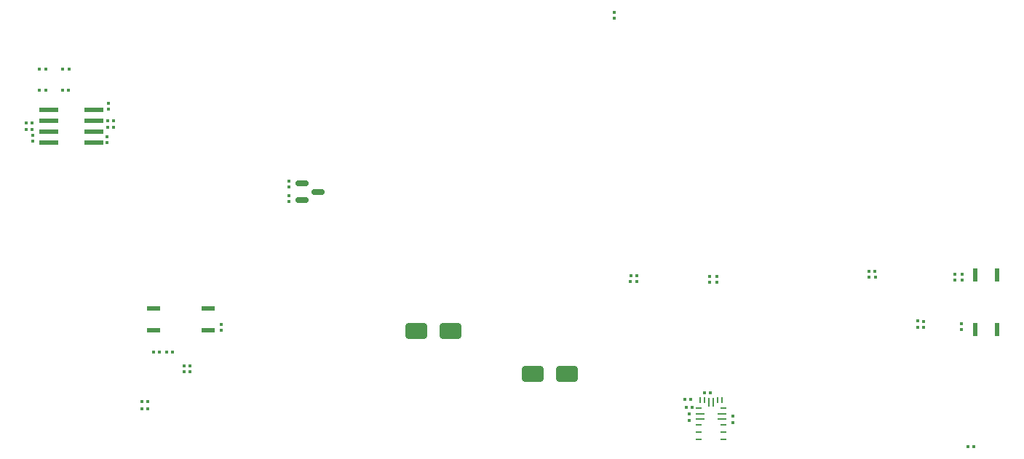
<source format=gtp>
%TF.GenerationSoftware,KiCad,Pcbnew,9.0.7-9.0.7~ubuntu24.04.1*%
%TF.CreationDate,2026-02-15T23:13:21-05:00*%
%TF.ProjectId,plantPartner_PCB1.0,706c616e-7450-4617-9274-6e65725f5043,rev?*%
%TF.SameCoordinates,Original*%
%TF.FileFunction,Paste,Top*%
%TF.FilePolarity,Positive*%
%FSLAX46Y46*%
G04 Gerber Fmt 4.6, Leading zero omitted, Abs format (unit mm)*
G04 Created by KiCad (PCBNEW 9.0.7-9.0.7~ubuntu24.04.1) date 2026-02-15 23:13:21*
%MOMM*%
%LPD*%
G01*
G04 APERTURE LIST*
G04 Aperture macros list*
%AMRoundRect*
0 Rectangle with rounded corners*
0 $1 Rounding radius*
0 $2 $3 $4 $5 $6 $7 $8 $9 X,Y pos of 4 corners*
0 Add a 4 corners polygon primitive as box body*
4,1,4,$2,$3,$4,$5,$6,$7,$8,$9,$2,$3,0*
0 Add four circle primitives for the rounded corners*
1,1,$1+$1,$2,$3*
1,1,$1+$1,$4,$5*
1,1,$1+$1,$6,$7*
1,1,$1+$1,$8,$9*
0 Add four rect primitives between the rounded corners*
20,1,$1+$1,$2,$3,$4,$5,0*
20,1,$1+$1,$4,$5,$6,$7,0*
20,1,$1+$1,$6,$7,$8,$9,0*
20,1,$1+$1,$8,$9,$2,$3,0*%
G04 Aperture macros list end*
%ADD10RoundRect,0.079500X0.100500X-0.079500X0.100500X0.079500X-0.100500X0.079500X-0.100500X-0.079500X0*%
%ADD11RoundRect,0.079500X-0.100500X0.079500X-0.100500X-0.079500X0.100500X-0.079500X0.100500X0.079500X0*%
%ADD12RoundRect,0.079500X-0.079500X-0.100500X0.079500X-0.100500X0.079500X0.100500X-0.079500X0.100500X0*%
%ADD13RoundRect,0.250000X-1.000000X-0.650000X1.000000X-0.650000X1.000000X0.650000X-1.000000X0.650000X0*%
%ADD14R,2.209800X0.609600*%
%ADD15RoundRect,0.079500X0.079500X0.100500X-0.079500X0.100500X-0.079500X-0.100500X0.079500X-0.100500X0*%
%ADD16R,0.600000X1.500000*%
%ADD17RoundRect,0.150000X-0.587500X-0.150000X0.587500X-0.150000X0.587500X0.150000X-0.587500X0.150000X0*%
%ADD18R,0.700000X0.250000*%
%ADD19R,1.100000X0.250000*%
%ADD20R,0.250000X0.700000*%
%ADD21R,0.250000X1.100000*%
%ADD22R,1.500000X0.600000*%
G04 APERTURE END LIST*
D10*
%TO.C,C1*%
X169090000Y-107585000D03*
X169090000Y-106895000D03*
%TD*%
%TO.C,R19*%
X195800000Y-91045000D03*
X195800000Y-90355000D03*
%TD*%
D11*
%TO.C,D11*%
X166400000Y-90575000D03*
X166400000Y-91265000D03*
%TD*%
D12*
%TO.C,D3*%
X100380000Y-106000000D03*
X101070000Y-106000000D03*
%TD*%
D11*
%TO.C,R13*%
X109605000Y-96210000D03*
X109605000Y-96900000D03*
%TD*%
D12*
%TO.C,R22*%
X157240000Y-90500000D03*
X157930000Y-90500000D03*
%TD*%
D11*
%TO.C,R27*%
X117487500Y-81205000D03*
X117487500Y-81895000D03*
%TD*%
%TO.C,D5*%
X190610000Y-95805000D03*
X190610000Y-96495000D03*
%TD*%
D10*
%TO.C,R5*%
X97088800Y-73205000D03*
X97088800Y-72515000D03*
%TD*%
%TO.C,R6*%
X96388800Y-73210000D03*
X96388800Y-72520000D03*
%TD*%
D11*
%TO.C,R25*%
X117500000Y-79505000D03*
X117500000Y-80195000D03*
%TD*%
D13*
%TO.C,D8*%
X132290000Y-96972500D03*
X136290000Y-96972500D03*
%TD*%
D10*
%TO.C,R11*%
X87638800Y-73460000D03*
X87638800Y-72770000D03*
%TD*%
D13*
%TO.C,D9*%
X145855000Y-101922500D03*
X149855000Y-101922500D03*
%TD*%
D14*
%TO.C,U2*%
X94755000Y-75020000D03*
X94755000Y-73750000D03*
X94755000Y-72480000D03*
X94755000Y-71210000D03*
X89522600Y-71210000D03*
X89522600Y-72480000D03*
X89522600Y-73750000D03*
X89522600Y-75020000D03*
%TD*%
D12*
%TO.C,D1*%
X91165000Y-68950000D03*
X91855000Y-68950000D03*
%TD*%
D15*
%TO.C,R24*%
X197145000Y-110400000D03*
X196455000Y-110400000D03*
%TD*%
D12*
%TO.C,R15*%
X101705000Y-99400000D03*
X102395000Y-99400000D03*
%TD*%
D11*
%TO.C,R7*%
X96488800Y-70425000D03*
X96488800Y-71115000D03*
%TD*%
D10*
%TO.C,R23*%
X155370000Y-60550000D03*
X155370000Y-59860000D03*
%TD*%
D15*
%TO.C,D2*%
X106005000Y-101700000D03*
X105315000Y-101700000D03*
%TD*%
%TO.C,D6*%
X185685000Y-90694999D03*
X184995000Y-90694999D03*
%TD*%
D11*
%TO.C,R9*%
X87688800Y-74170000D03*
X87688800Y-74860000D03*
%TD*%
D16*
%TO.C,U4*%
X197310000Y-96759999D03*
X199850000Y-96759999D03*
X199850000Y-90409999D03*
X197310000Y-90409999D03*
%TD*%
D10*
%TO.C,R10*%
X86888800Y-73460000D03*
X86888800Y-72770000D03*
%TD*%
D15*
%TO.C,R3*%
X164235000Y-104900000D03*
X163545000Y-104900000D03*
%TD*%
D11*
%TO.C,R18*%
X195750000Y-96110000D03*
X195750000Y-96800000D03*
%TD*%
D17*
%TO.C,Q4*%
X119012500Y-79800000D03*
X119012500Y-81700000D03*
X120887500Y-80750000D03*
%TD*%
D15*
%TO.C,C4*%
X89165000Y-66450000D03*
X88475000Y-66450000D03*
%TD*%
D11*
%TO.C,R4*%
X96288800Y-74370000D03*
X96288800Y-75060000D03*
%TD*%
D18*
%TO.C,IC1*%
X165150000Y-105920000D03*
D19*
X165350000Y-106570000D03*
X165350000Y-107220000D03*
D18*
X165150000Y-107870000D03*
X165150000Y-108720000D03*
X165150000Y-109570000D03*
X168050000Y-109570000D03*
X168050000Y-108720000D03*
X168050000Y-107870000D03*
D19*
X167850000Y-107220000D03*
X167850000Y-106570000D03*
D18*
X168050000Y-105920000D03*
D20*
X167850000Y-105020000D03*
X167350000Y-105020000D03*
D21*
X166850000Y-105220000D03*
X166350000Y-105220000D03*
D20*
X165850000Y-105020000D03*
X165350000Y-105020000D03*
%TD*%
D15*
%TO.C,R1*%
X166545000Y-104170000D03*
X165855000Y-104170000D03*
%TD*%
D12*
%TO.C,R16*%
X100355000Y-105130000D03*
X101045000Y-105130000D03*
%TD*%
D11*
%TO.C,R17*%
X191350000Y-95810000D03*
X191350000Y-96500000D03*
%TD*%
D15*
%TO.C,D10*%
X157925000Y-91200000D03*
X157235000Y-91200000D03*
%TD*%
D11*
%TO.C,R20*%
X194960000Y-90355000D03*
X194960000Y-91045000D03*
%TD*%
%TO.C,R26*%
X167300000Y-90575000D03*
X167300000Y-91265000D03*
%TD*%
D15*
%TO.C,R21*%
X185680000Y-89984999D03*
X184990000Y-89984999D03*
%TD*%
D12*
%TO.C,R8*%
X91185000Y-66450000D03*
X91875000Y-66450000D03*
%TD*%
%TO.C,R2*%
X163700000Y-105820000D03*
X164390000Y-105820000D03*
%TD*%
D15*
%TO.C,R14*%
X103950000Y-99400000D03*
X103260000Y-99400000D03*
%TD*%
D22*
%TO.C,U1*%
X108108000Y-96870000D03*
X108108000Y-94330000D03*
X101758000Y-94330000D03*
X101758000Y-96870000D03*
%TD*%
D15*
%TO.C,R12*%
X106000000Y-101000000D03*
X105310000Y-101000000D03*
%TD*%
D11*
%TO.C,C2*%
X164090000Y-106645000D03*
X164090000Y-107335000D03*
%TD*%
D15*
%TO.C,C3*%
X89165000Y-68950000D03*
X88475000Y-68950000D03*
%TD*%
M02*

</source>
